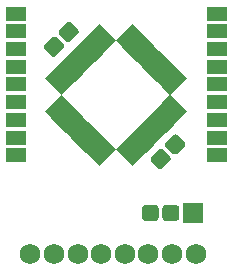
<source format=gts>
%TF.GenerationSoftware,KiCad,Pcbnew,(5.1.5)-3*%
%TF.CreationDate,2020-01-27T22:21:35+01:00*%
%TF.ProjectId,HM-LC-Sw1-Pl-DN-R1_OBII,484d2d4c-432d-4537-9731-2d506c2d444e,rev?*%
%TF.SameCoordinates,Original*%
%TF.FileFunction,Soldermask,Top*%
%TF.FilePolarity,Negative*%
%FSLAX46Y46*%
G04 Gerber Fmt 4.6, Leading zero omitted, Abs format (unit mm)*
G04 Created by KiCad (PCBNEW (5.1.5)-3) date 2020-01-27 22:21:35*
%MOMM*%
%LPD*%
G04 APERTURE LIST*
%ADD10R,1.750000X1.750000*%
%ADD11C,1.750000*%
%ADD12C,0.150000*%
%ADD13R,1.700000X1.300000*%
G04 APERTURE END LIST*
D10*
X155500000Y-97750000D03*
D11*
X155700000Y-101250000D03*
X141700000Y-101250000D03*
X143700000Y-101250000D03*
X145700000Y-101250000D03*
X147700000Y-101250000D03*
X149700000Y-101250000D03*
X151700000Y-101250000D03*
X153700000Y-101250000D03*
D12*
G36*
X146881712Y-82393666D02*
G01*
X147553464Y-81721914D01*
X148967678Y-83136128D01*
X148295926Y-83807880D01*
X146881712Y-82393666D01*
G37*
G36*
X146316027Y-82959352D02*
G01*
X146987779Y-82287600D01*
X148401993Y-83701814D01*
X147730241Y-84373566D01*
X146316027Y-82959352D01*
G37*
G36*
X145750341Y-83525037D02*
G01*
X146422093Y-82853285D01*
X147836307Y-84267499D01*
X147164555Y-84939251D01*
X145750341Y-83525037D01*
G37*
G36*
X145184656Y-84090722D02*
G01*
X145856408Y-83418970D01*
X147270622Y-84833184D01*
X146598870Y-85504936D01*
X145184656Y-84090722D01*
G37*
G36*
X144618970Y-84656408D02*
G01*
X145290722Y-83984656D01*
X146704936Y-85398870D01*
X146033184Y-86070622D01*
X144618970Y-84656408D01*
G37*
G36*
X144053285Y-85222093D02*
G01*
X144725037Y-84550341D01*
X146139251Y-85964555D01*
X145467499Y-86636307D01*
X144053285Y-85222093D01*
G37*
G36*
X143487600Y-85787779D02*
G01*
X144159352Y-85116027D01*
X145573566Y-86530241D01*
X144901814Y-87201993D01*
X143487600Y-85787779D01*
G37*
G36*
X142921914Y-86353464D02*
G01*
X143593666Y-85681712D01*
X145007880Y-87095926D01*
X144336128Y-87767678D01*
X142921914Y-86353464D01*
G37*
G36*
X143593666Y-89818288D02*
G01*
X142921914Y-89146536D01*
X144336128Y-87732322D01*
X145007880Y-88404074D01*
X143593666Y-89818288D01*
G37*
G36*
X144159352Y-90383973D02*
G01*
X143487600Y-89712221D01*
X144901814Y-88298007D01*
X145573566Y-88969759D01*
X144159352Y-90383973D01*
G37*
G36*
X144725037Y-90949659D02*
G01*
X144053285Y-90277907D01*
X145467499Y-88863693D01*
X146139251Y-89535445D01*
X144725037Y-90949659D01*
G37*
G36*
X145290722Y-91515344D02*
G01*
X144618970Y-90843592D01*
X146033184Y-89429378D01*
X146704936Y-90101130D01*
X145290722Y-91515344D01*
G37*
G36*
X145856408Y-92081030D02*
G01*
X145184656Y-91409278D01*
X146598870Y-89995064D01*
X147270622Y-90666816D01*
X145856408Y-92081030D01*
G37*
G36*
X146422093Y-92646715D02*
G01*
X145750341Y-91974963D01*
X147164555Y-90560749D01*
X147836307Y-91232501D01*
X146422093Y-92646715D01*
G37*
G36*
X146987779Y-93212400D02*
G01*
X146316027Y-92540648D01*
X147730241Y-91126434D01*
X148401993Y-91798186D01*
X146987779Y-93212400D01*
G37*
G36*
X147553464Y-93778086D02*
G01*
X146881712Y-93106334D01*
X148295926Y-91692120D01*
X148967678Y-92363872D01*
X147553464Y-93778086D01*
G37*
G36*
X148932322Y-92363872D02*
G01*
X149604074Y-91692120D01*
X151018288Y-93106334D01*
X150346536Y-93778086D01*
X148932322Y-92363872D01*
G37*
G36*
X149498007Y-91798186D02*
G01*
X150169759Y-91126434D01*
X151583973Y-92540648D01*
X150912221Y-93212400D01*
X149498007Y-91798186D01*
G37*
G36*
X150063693Y-91232501D02*
G01*
X150735445Y-90560749D01*
X152149659Y-91974963D01*
X151477907Y-92646715D01*
X150063693Y-91232501D01*
G37*
G36*
X150629378Y-90666816D02*
G01*
X151301130Y-89995064D01*
X152715344Y-91409278D01*
X152043592Y-92081030D01*
X150629378Y-90666816D01*
G37*
G36*
X151195064Y-90101130D02*
G01*
X151866816Y-89429378D01*
X153281030Y-90843592D01*
X152609278Y-91515344D01*
X151195064Y-90101130D01*
G37*
G36*
X151760749Y-89535445D02*
G01*
X152432501Y-88863693D01*
X153846715Y-90277907D01*
X153174963Y-90949659D01*
X151760749Y-89535445D01*
G37*
G36*
X152326434Y-88969759D02*
G01*
X152998186Y-88298007D01*
X154412400Y-89712221D01*
X153740648Y-90383973D01*
X152326434Y-88969759D01*
G37*
G36*
X152892120Y-88404074D02*
G01*
X153563872Y-87732322D01*
X154978086Y-89146536D01*
X154306334Y-89818288D01*
X152892120Y-88404074D01*
G37*
G36*
X153563872Y-87767678D02*
G01*
X152892120Y-87095926D01*
X154306334Y-85681712D01*
X154978086Y-86353464D01*
X153563872Y-87767678D01*
G37*
G36*
X152998186Y-87201993D02*
G01*
X152326434Y-86530241D01*
X153740648Y-85116027D01*
X154412400Y-85787779D01*
X152998186Y-87201993D01*
G37*
G36*
X152432501Y-86636307D02*
G01*
X151760749Y-85964555D01*
X153174963Y-84550341D01*
X153846715Y-85222093D01*
X152432501Y-86636307D01*
G37*
G36*
X151866816Y-86070622D02*
G01*
X151195064Y-85398870D01*
X152609278Y-83984656D01*
X153281030Y-84656408D01*
X151866816Y-86070622D01*
G37*
G36*
X151301130Y-85504936D02*
G01*
X150629378Y-84833184D01*
X152043592Y-83418970D01*
X152715344Y-84090722D01*
X151301130Y-85504936D01*
G37*
G36*
X150735445Y-84939251D02*
G01*
X150063693Y-84267499D01*
X151477907Y-82853285D01*
X152149659Y-83525037D01*
X150735445Y-84939251D01*
G37*
G36*
X150169759Y-84373566D02*
G01*
X149498007Y-83701814D01*
X150912221Y-82287600D01*
X151583973Y-82959352D01*
X150169759Y-84373566D01*
G37*
G36*
X149604074Y-83807880D02*
G01*
X148932322Y-83136128D01*
X150346536Y-81721914D01*
X151018288Y-82393666D01*
X149604074Y-83807880D01*
G37*
G36*
X145012154Y-81582755D02*
G01*
X145044916Y-81587615D01*
X145077044Y-81595663D01*
X145108229Y-81606821D01*
X145138169Y-81620982D01*
X145166578Y-81638009D01*
X145193181Y-81657739D01*
X145217722Y-81679981D01*
X145695019Y-82157278D01*
X145717261Y-82181819D01*
X145736991Y-82208422D01*
X145754018Y-82236831D01*
X145768179Y-82266771D01*
X145779337Y-82297956D01*
X145787385Y-82330084D01*
X145792245Y-82362846D01*
X145793870Y-82395927D01*
X145792245Y-82429008D01*
X145787385Y-82461770D01*
X145779337Y-82493898D01*
X145768179Y-82525083D01*
X145754018Y-82555023D01*
X145736991Y-82583432D01*
X145717261Y-82610035D01*
X145695019Y-82634576D01*
X145147012Y-83182583D01*
X145122471Y-83204825D01*
X145095868Y-83224555D01*
X145067459Y-83241582D01*
X145037519Y-83255743D01*
X145006334Y-83266901D01*
X144974206Y-83274949D01*
X144941444Y-83279809D01*
X144908363Y-83281434D01*
X144875282Y-83279809D01*
X144842520Y-83274949D01*
X144810392Y-83266901D01*
X144779207Y-83255743D01*
X144749267Y-83241582D01*
X144720858Y-83224555D01*
X144694255Y-83204825D01*
X144669714Y-83182583D01*
X144192417Y-82705286D01*
X144170175Y-82680745D01*
X144150445Y-82654142D01*
X144133418Y-82625733D01*
X144119257Y-82595793D01*
X144108099Y-82564608D01*
X144100051Y-82532480D01*
X144095191Y-82499718D01*
X144093566Y-82466637D01*
X144095191Y-82433556D01*
X144100051Y-82400794D01*
X144108099Y-82368666D01*
X144119257Y-82337481D01*
X144133418Y-82307541D01*
X144150445Y-82279132D01*
X144170175Y-82252529D01*
X144192417Y-82227988D01*
X144740424Y-81679981D01*
X144764965Y-81657739D01*
X144791568Y-81638009D01*
X144819977Y-81620982D01*
X144849917Y-81606821D01*
X144881102Y-81595663D01*
X144913230Y-81587615D01*
X144945992Y-81582755D01*
X144979073Y-81581130D01*
X145012154Y-81582755D01*
G37*
G36*
X143774718Y-82820191D02*
G01*
X143807480Y-82825051D01*
X143839608Y-82833099D01*
X143870793Y-82844257D01*
X143900733Y-82858418D01*
X143929142Y-82875445D01*
X143955745Y-82895175D01*
X143980286Y-82917417D01*
X144457583Y-83394714D01*
X144479825Y-83419255D01*
X144499555Y-83445858D01*
X144516582Y-83474267D01*
X144530743Y-83504207D01*
X144541901Y-83535392D01*
X144549949Y-83567520D01*
X144554809Y-83600282D01*
X144556434Y-83633363D01*
X144554809Y-83666444D01*
X144549949Y-83699206D01*
X144541901Y-83731334D01*
X144530743Y-83762519D01*
X144516582Y-83792459D01*
X144499555Y-83820868D01*
X144479825Y-83847471D01*
X144457583Y-83872012D01*
X143909576Y-84420019D01*
X143885035Y-84442261D01*
X143858432Y-84461991D01*
X143830023Y-84479018D01*
X143800083Y-84493179D01*
X143768898Y-84504337D01*
X143736770Y-84512385D01*
X143704008Y-84517245D01*
X143670927Y-84518870D01*
X143637846Y-84517245D01*
X143605084Y-84512385D01*
X143572956Y-84504337D01*
X143541771Y-84493179D01*
X143511831Y-84479018D01*
X143483422Y-84461991D01*
X143456819Y-84442261D01*
X143432278Y-84420019D01*
X142954981Y-83942722D01*
X142932739Y-83918181D01*
X142913009Y-83891578D01*
X142895982Y-83863169D01*
X142881821Y-83833229D01*
X142870663Y-83802044D01*
X142862615Y-83769916D01*
X142857755Y-83737154D01*
X142856130Y-83704073D01*
X142857755Y-83670992D01*
X142862615Y-83638230D01*
X142870663Y-83606102D01*
X142881821Y-83574917D01*
X142895982Y-83544977D01*
X142913009Y-83516568D01*
X142932739Y-83489965D01*
X142954981Y-83465424D01*
X143502988Y-82917417D01*
X143527529Y-82895175D01*
X143554132Y-82875445D01*
X143582541Y-82858418D01*
X143612481Y-82844257D01*
X143643666Y-82833099D01*
X143675794Y-82825051D01*
X143708556Y-82820191D01*
X143741637Y-82818566D01*
X143774718Y-82820191D01*
G37*
G36*
X152799718Y-92345191D02*
G01*
X152832480Y-92350051D01*
X152864608Y-92358099D01*
X152895793Y-92369257D01*
X152925733Y-92383418D01*
X152954142Y-92400445D01*
X152980745Y-92420175D01*
X153005286Y-92442417D01*
X153482583Y-92919714D01*
X153504825Y-92944255D01*
X153524555Y-92970858D01*
X153541582Y-92999267D01*
X153555743Y-93029207D01*
X153566901Y-93060392D01*
X153574949Y-93092520D01*
X153579809Y-93125282D01*
X153581434Y-93158363D01*
X153579809Y-93191444D01*
X153574949Y-93224206D01*
X153566901Y-93256334D01*
X153555743Y-93287519D01*
X153541582Y-93317459D01*
X153524555Y-93345868D01*
X153504825Y-93372471D01*
X153482583Y-93397012D01*
X152934576Y-93945019D01*
X152910035Y-93967261D01*
X152883432Y-93986991D01*
X152855023Y-94004018D01*
X152825083Y-94018179D01*
X152793898Y-94029337D01*
X152761770Y-94037385D01*
X152729008Y-94042245D01*
X152695927Y-94043870D01*
X152662846Y-94042245D01*
X152630084Y-94037385D01*
X152597956Y-94029337D01*
X152566771Y-94018179D01*
X152536831Y-94004018D01*
X152508422Y-93986991D01*
X152481819Y-93967261D01*
X152457278Y-93945019D01*
X151979981Y-93467722D01*
X151957739Y-93443181D01*
X151938009Y-93416578D01*
X151920982Y-93388169D01*
X151906821Y-93358229D01*
X151895663Y-93327044D01*
X151887615Y-93294916D01*
X151882755Y-93262154D01*
X151881130Y-93229073D01*
X151882755Y-93195992D01*
X151887615Y-93163230D01*
X151895663Y-93131102D01*
X151906821Y-93099917D01*
X151920982Y-93069977D01*
X151938009Y-93041568D01*
X151957739Y-93014965D01*
X151979981Y-92990424D01*
X152527988Y-92442417D01*
X152552529Y-92420175D01*
X152579132Y-92400445D01*
X152607541Y-92383418D01*
X152637481Y-92369257D01*
X152668666Y-92358099D01*
X152700794Y-92350051D01*
X152733556Y-92345191D01*
X152766637Y-92343566D01*
X152799718Y-92345191D01*
G37*
G36*
X154037154Y-91107755D02*
G01*
X154069916Y-91112615D01*
X154102044Y-91120663D01*
X154133229Y-91131821D01*
X154163169Y-91145982D01*
X154191578Y-91163009D01*
X154218181Y-91182739D01*
X154242722Y-91204981D01*
X154720019Y-91682278D01*
X154742261Y-91706819D01*
X154761991Y-91733422D01*
X154779018Y-91761831D01*
X154793179Y-91791771D01*
X154804337Y-91822956D01*
X154812385Y-91855084D01*
X154817245Y-91887846D01*
X154818870Y-91920927D01*
X154817245Y-91954008D01*
X154812385Y-91986770D01*
X154804337Y-92018898D01*
X154793179Y-92050083D01*
X154779018Y-92080023D01*
X154761991Y-92108432D01*
X154742261Y-92135035D01*
X154720019Y-92159576D01*
X154172012Y-92707583D01*
X154147471Y-92729825D01*
X154120868Y-92749555D01*
X154092459Y-92766582D01*
X154062519Y-92780743D01*
X154031334Y-92791901D01*
X153999206Y-92799949D01*
X153966444Y-92804809D01*
X153933363Y-92806434D01*
X153900282Y-92804809D01*
X153867520Y-92799949D01*
X153835392Y-92791901D01*
X153804207Y-92780743D01*
X153774267Y-92766582D01*
X153745858Y-92749555D01*
X153719255Y-92729825D01*
X153694714Y-92707583D01*
X153217417Y-92230286D01*
X153195175Y-92205745D01*
X153175445Y-92179142D01*
X153158418Y-92150733D01*
X153144257Y-92120793D01*
X153133099Y-92089608D01*
X153125051Y-92057480D01*
X153120191Y-92024718D01*
X153118566Y-91991637D01*
X153120191Y-91958556D01*
X153125051Y-91925794D01*
X153133099Y-91893666D01*
X153144257Y-91862481D01*
X153158418Y-91832541D01*
X153175445Y-91804132D01*
X153195175Y-91777529D01*
X153217417Y-91752988D01*
X153765424Y-91204981D01*
X153789965Y-91182739D01*
X153816568Y-91163009D01*
X153844977Y-91145982D01*
X153874917Y-91131821D01*
X153906102Y-91120663D01*
X153938230Y-91112615D01*
X153970992Y-91107755D01*
X154004073Y-91106130D01*
X154037154Y-91107755D01*
G37*
G36*
X152270581Y-97076625D02*
G01*
X152303343Y-97081485D01*
X152335471Y-97089533D01*
X152366656Y-97100691D01*
X152396596Y-97114852D01*
X152425005Y-97131879D01*
X152451608Y-97151609D01*
X152476149Y-97173851D01*
X152498391Y-97198392D01*
X152518121Y-97224995D01*
X152535148Y-97253404D01*
X152549309Y-97283344D01*
X152560467Y-97314529D01*
X152568515Y-97346657D01*
X152573375Y-97379419D01*
X152575000Y-97412500D01*
X152575000Y-98087500D01*
X152573375Y-98120581D01*
X152568515Y-98153343D01*
X152560467Y-98185471D01*
X152549309Y-98216656D01*
X152535148Y-98246596D01*
X152518121Y-98275005D01*
X152498391Y-98301608D01*
X152476149Y-98326149D01*
X152451608Y-98348391D01*
X152425005Y-98368121D01*
X152396596Y-98385148D01*
X152366656Y-98399309D01*
X152335471Y-98410467D01*
X152303343Y-98418515D01*
X152270581Y-98423375D01*
X152237500Y-98425000D01*
X151462500Y-98425000D01*
X151429419Y-98423375D01*
X151396657Y-98418515D01*
X151364529Y-98410467D01*
X151333344Y-98399309D01*
X151303404Y-98385148D01*
X151274995Y-98368121D01*
X151248392Y-98348391D01*
X151223851Y-98326149D01*
X151201609Y-98301608D01*
X151181879Y-98275005D01*
X151164852Y-98246596D01*
X151150691Y-98216656D01*
X151139533Y-98185471D01*
X151131485Y-98153343D01*
X151126625Y-98120581D01*
X151125000Y-98087500D01*
X151125000Y-97412500D01*
X151126625Y-97379419D01*
X151131485Y-97346657D01*
X151139533Y-97314529D01*
X151150691Y-97283344D01*
X151164852Y-97253404D01*
X151181879Y-97224995D01*
X151201609Y-97198392D01*
X151223851Y-97173851D01*
X151248392Y-97151609D01*
X151274995Y-97131879D01*
X151303404Y-97114852D01*
X151333344Y-97100691D01*
X151364529Y-97089533D01*
X151396657Y-97081485D01*
X151429419Y-97076625D01*
X151462500Y-97075000D01*
X152237500Y-97075000D01*
X152270581Y-97076625D01*
G37*
G36*
X154020581Y-97076625D02*
G01*
X154053343Y-97081485D01*
X154085471Y-97089533D01*
X154116656Y-97100691D01*
X154146596Y-97114852D01*
X154175005Y-97131879D01*
X154201608Y-97151609D01*
X154226149Y-97173851D01*
X154248391Y-97198392D01*
X154268121Y-97224995D01*
X154285148Y-97253404D01*
X154299309Y-97283344D01*
X154310467Y-97314529D01*
X154318515Y-97346657D01*
X154323375Y-97379419D01*
X154325000Y-97412500D01*
X154325000Y-98087500D01*
X154323375Y-98120581D01*
X154318515Y-98153343D01*
X154310467Y-98185471D01*
X154299309Y-98216656D01*
X154285148Y-98246596D01*
X154268121Y-98275005D01*
X154248391Y-98301608D01*
X154226149Y-98326149D01*
X154201608Y-98348391D01*
X154175005Y-98368121D01*
X154146596Y-98385148D01*
X154116656Y-98399309D01*
X154085471Y-98410467D01*
X154053343Y-98418515D01*
X154020581Y-98423375D01*
X153987500Y-98425000D01*
X153212500Y-98425000D01*
X153179419Y-98423375D01*
X153146657Y-98418515D01*
X153114529Y-98410467D01*
X153083344Y-98399309D01*
X153053404Y-98385148D01*
X153024995Y-98368121D01*
X152998392Y-98348391D01*
X152973851Y-98326149D01*
X152951609Y-98301608D01*
X152931879Y-98275005D01*
X152914852Y-98246596D01*
X152900691Y-98216656D01*
X152889533Y-98185471D01*
X152881485Y-98153343D01*
X152876625Y-98120581D01*
X152875000Y-98087500D01*
X152875000Y-97412500D01*
X152876625Y-97379419D01*
X152881485Y-97346657D01*
X152889533Y-97314529D01*
X152900691Y-97283344D01*
X152914852Y-97253404D01*
X152931879Y-97224995D01*
X152951609Y-97198392D01*
X152973851Y-97173851D01*
X152998392Y-97151609D01*
X153024995Y-97131879D01*
X153053404Y-97114852D01*
X153083344Y-97100691D01*
X153114529Y-97089533D01*
X153146657Y-97081485D01*
X153179419Y-97076625D01*
X153212500Y-97075000D01*
X153987500Y-97075000D01*
X154020581Y-97076625D01*
G37*
D13*
X157545000Y-92875000D03*
X157545000Y-91375000D03*
X157545000Y-89875000D03*
X157545000Y-88375000D03*
X157545000Y-86875000D03*
X157545000Y-85375000D03*
X157545000Y-83875000D03*
X157545000Y-82375000D03*
X157545000Y-80875000D03*
X140465000Y-92875000D03*
X140465000Y-91375000D03*
X140465000Y-89875000D03*
X140465000Y-88375000D03*
X140455000Y-86875000D03*
X140455000Y-85375000D03*
X140455000Y-83875000D03*
X140455000Y-82375000D03*
X140465000Y-80875000D03*
M02*

</source>
